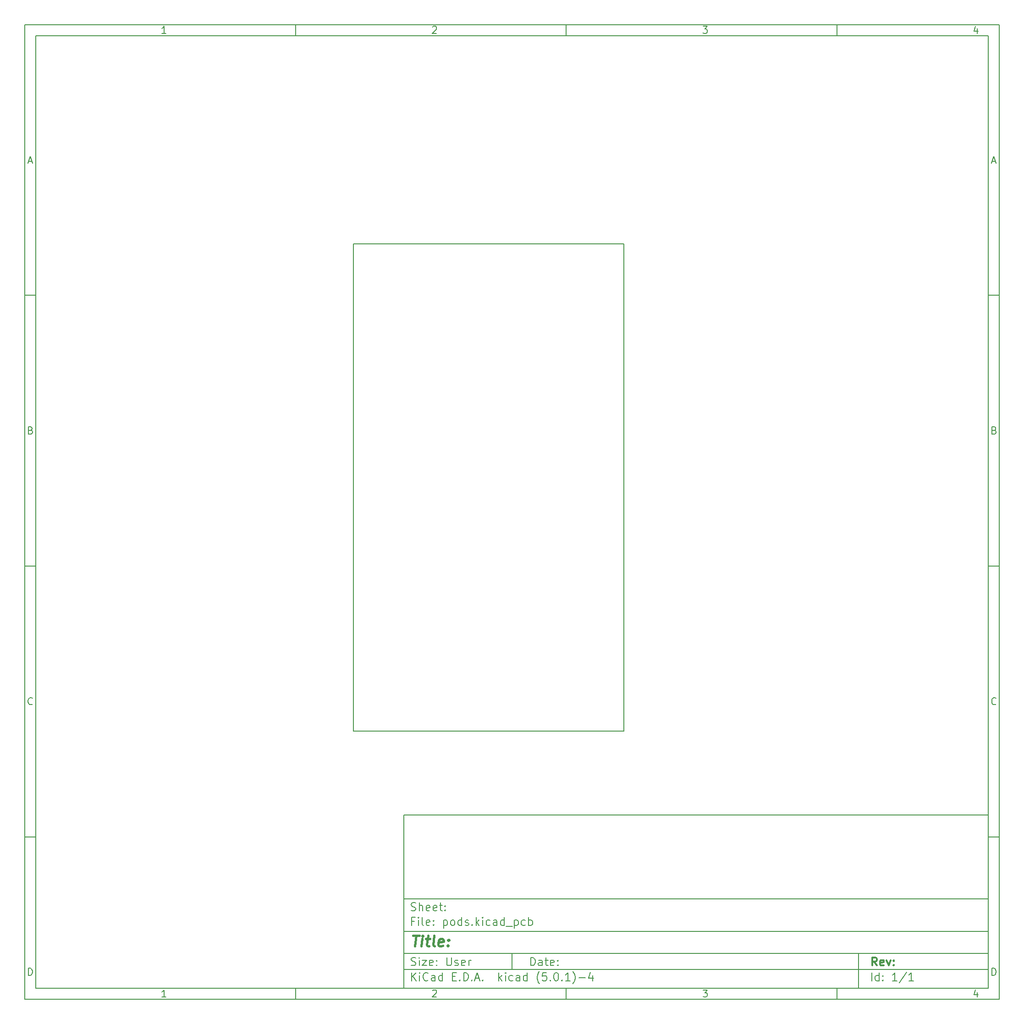
<source format=gbr>
G04 #@! TF.GenerationSoftware,KiCad,Pcbnew,(5.0.1)-4*
G04 #@! TF.CreationDate,2018-12-14T16:01:06+02:00*
G04 #@! TF.ProjectId,pods,706F64732E6B696361645F7063620000,rev?*
G04 #@! TF.SameCoordinates,Original*
G04 #@! TF.FileFunction,Profile,NP*
%FSLAX46Y46*%
G04 Gerber Fmt 4.6, Leading zero omitted, Abs format (unit mm)*
G04 Created by KiCad (PCBNEW (5.0.1)-4) date 2018-12-14 16:01:06*
%MOMM*%
%LPD*%
G01*
G04 APERTURE LIST*
%ADD10C,0.100000*%
%ADD11C,0.150000*%
%ADD12C,0.300000*%
%ADD13C,0.400000*%
%ADD14C,0.200000*%
G04 APERTURE END LIST*
D10*
D11*
X79999600Y-155999600D02*
X79999600Y-187999600D01*
X187999600Y-187999600D01*
X187999600Y-155999600D01*
X79999600Y-155999600D01*
D10*
D11*
X10000000Y-10000000D02*
X10000000Y-189999600D01*
X189999600Y-189999600D01*
X189999600Y-10000000D01*
X10000000Y-10000000D01*
D10*
D11*
X12000000Y-12000000D02*
X12000000Y-187999600D01*
X187999600Y-187999600D01*
X187999600Y-12000000D01*
X12000000Y-12000000D01*
D10*
D11*
X60000000Y-12000000D02*
X60000000Y-10000000D01*
D10*
D11*
X110000000Y-12000000D02*
X110000000Y-10000000D01*
D10*
D11*
X160000000Y-12000000D02*
X160000000Y-10000000D01*
D10*
D11*
X36065476Y-11588095D02*
X35322619Y-11588095D01*
X35694047Y-11588095D02*
X35694047Y-10288095D01*
X35570238Y-10473809D01*
X35446428Y-10597619D01*
X35322619Y-10659523D01*
D10*
D11*
X85322619Y-10411904D02*
X85384523Y-10350000D01*
X85508333Y-10288095D01*
X85817857Y-10288095D01*
X85941666Y-10350000D01*
X86003571Y-10411904D01*
X86065476Y-10535714D01*
X86065476Y-10659523D01*
X86003571Y-10845238D01*
X85260714Y-11588095D01*
X86065476Y-11588095D01*
D10*
D11*
X135260714Y-10288095D02*
X136065476Y-10288095D01*
X135632142Y-10783333D01*
X135817857Y-10783333D01*
X135941666Y-10845238D01*
X136003571Y-10907142D01*
X136065476Y-11030952D01*
X136065476Y-11340476D01*
X136003571Y-11464285D01*
X135941666Y-11526190D01*
X135817857Y-11588095D01*
X135446428Y-11588095D01*
X135322619Y-11526190D01*
X135260714Y-11464285D01*
D10*
D11*
X185941666Y-10721428D02*
X185941666Y-11588095D01*
X185632142Y-10226190D02*
X185322619Y-11154761D01*
X186127380Y-11154761D01*
D10*
D11*
X60000000Y-187999600D02*
X60000000Y-189999600D01*
D10*
D11*
X110000000Y-187999600D02*
X110000000Y-189999600D01*
D10*
D11*
X160000000Y-187999600D02*
X160000000Y-189999600D01*
D10*
D11*
X36065476Y-189587695D02*
X35322619Y-189587695D01*
X35694047Y-189587695D02*
X35694047Y-188287695D01*
X35570238Y-188473409D01*
X35446428Y-188597219D01*
X35322619Y-188659123D01*
D10*
D11*
X85322619Y-188411504D02*
X85384523Y-188349600D01*
X85508333Y-188287695D01*
X85817857Y-188287695D01*
X85941666Y-188349600D01*
X86003571Y-188411504D01*
X86065476Y-188535314D01*
X86065476Y-188659123D01*
X86003571Y-188844838D01*
X85260714Y-189587695D01*
X86065476Y-189587695D01*
D10*
D11*
X135260714Y-188287695D02*
X136065476Y-188287695D01*
X135632142Y-188782933D01*
X135817857Y-188782933D01*
X135941666Y-188844838D01*
X136003571Y-188906742D01*
X136065476Y-189030552D01*
X136065476Y-189340076D01*
X136003571Y-189463885D01*
X135941666Y-189525790D01*
X135817857Y-189587695D01*
X135446428Y-189587695D01*
X135322619Y-189525790D01*
X135260714Y-189463885D01*
D10*
D11*
X185941666Y-188721028D02*
X185941666Y-189587695D01*
X185632142Y-188225790D02*
X185322619Y-189154361D01*
X186127380Y-189154361D01*
D10*
D11*
X10000000Y-60000000D02*
X12000000Y-60000000D01*
D10*
D11*
X10000000Y-110000000D02*
X12000000Y-110000000D01*
D10*
D11*
X10000000Y-160000000D02*
X12000000Y-160000000D01*
D10*
D11*
X10690476Y-35216666D02*
X11309523Y-35216666D01*
X10566666Y-35588095D02*
X11000000Y-34288095D01*
X11433333Y-35588095D01*
D10*
D11*
X11092857Y-84907142D02*
X11278571Y-84969047D01*
X11340476Y-85030952D01*
X11402380Y-85154761D01*
X11402380Y-85340476D01*
X11340476Y-85464285D01*
X11278571Y-85526190D01*
X11154761Y-85588095D01*
X10659523Y-85588095D01*
X10659523Y-84288095D01*
X11092857Y-84288095D01*
X11216666Y-84350000D01*
X11278571Y-84411904D01*
X11340476Y-84535714D01*
X11340476Y-84659523D01*
X11278571Y-84783333D01*
X11216666Y-84845238D01*
X11092857Y-84907142D01*
X10659523Y-84907142D01*
D10*
D11*
X11402380Y-135464285D02*
X11340476Y-135526190D01*
X11154761Y-135588095D01*
X11030952Y-135588095D01*
X10845238Y-135526190D01*
X10721428Y-135402380D01*
X10659523Y-135278571D01*
X10597619Y-135030952D01*
X10597619Y-134845238D01*
X10659523Y-134597619D01*
X10721428Y-134473809D01*
X10845238Y-134350000D01*
X11030952Y-134288095D01*
X11154761Y-134288095D01*
X11340476Y-134350000D01*
X11402380Y-134411904D01*
D10*
D11*
X10659523Y-185588095D02*
X10659523Y-184288095D01*
X10969047Y-184288095D01*
X11154761Y-184350000D01*
X11278571Y-184473809D01*
X11340476Y-184597619D01*
X11402380Y-184845238D01*
X11402380Y-185030952D01*
X11340476Y-185278571D01*
X11278571Y-185402380D01*
X11154761Y-185526190D01*
X10969047Y-185588095D01*
X10659523Y-185588095D01*
D10*
D11*
X189999600Y-60000000D02*
X187999600Y-60000000D01*
D10*
D11*
X189999600Y-110000000D02*
X187999600Y-110000000D01*
D10*
D11*
X189999600Y-160000000D02*
X187999600Y-160000000D01*
D10*
D11*
X188690076Y-35216666D02*
X189309123Y-35216666D01*
X188566266Y-35588095D02*
X188999600Y-34288095D01*
X189432933Y-35588095D01*
D10*
D11*
X189092457Y-84907142D02*
X189278171Y-84969047D01*
X189340076Y-85030952D01*
X189401980Y-85154761D01*
X189401980Y-85340476D01*
X189340076Y-85464285D01*
X189278171Y-85526190D01*
X189154361Y-85588095D01*
X188659123Y-85588095D01*
X188659123Y-84288095D01*
X189092457Y-84288095D01*
X189216266Y-84350000D01*
X189278171Y-84411904D01*
X189340076Y-84535714D01*
X189340076Y-84659523D01*
X189278171Y-84783333D01*
X189216266Y-84845238D01*
X189092457Y-84907142D01*
X188659123Y-84907142D01*
D10*
D11*
X189401980Y-135464285D02*
X189340076Y-135526190D01*
X189154361Y-135588095D01*
X189030552Y-135588095D01*
X188844838Y-135526190D01*
X188721028Y-135402380D01*
X188659123Y-135278571D01*
X188597219Y-135030952D01*
X188597219Y-134845238D01*
X188659123Y-134597619D01*
X188721028Y-134473809D01*
X188844838Y-134350000D01*
X189030552Y-134288095D01*
X189154361Y-134288095D01*
X189340076Y-134350000D01*
X189401980Y-134411904D01*
D10*
D11*
X188659123Y-185588095D02*
X188659123Y-184288095D01*
X188968647Y-184288095D01*
X189154361Y-184350000D01*
X189278171Y-184473809D01*
X189340076Y-184597619D01*
X189401980Y-184845238D01*
X189401980Y-185030952D01*
X189340076Y-185278571D01*
X189278171Y-185402380D01*
X189154361Y-185526190D01*
X188968647Y-185588095D01*
X188659123Y-185588095D01*
D10*
D11*
X103431742Y-183778171D02*
X103431742Y-182278171D01*
X103788885Y-182278171D01*
X104003171Y-182349600D01*
X104146028Y-182492457D01*
X104217457Y-182635314D01*
X104288885Y-182921028D01*
X104288885Y-183135314D01*
X104217457Y-183421028D01*
X104146028Y-183563885D01*
X104003171Y-183706742D01*
X103788885Y-183778171D01*
X103431742Y-183778171D01*
X105574600Y-183778171D02*
X105574600Y-182992457D01*
X105503171Y-182849600D01*
X105360314Y-182778171D01*
X105074600Y-182778171D01*
X104931742Y-182849600D01*
X105574600Y-183706742D02*
X105431742Y-183778171D01*
X105074600Y-183778171D01*
X104931742Y-183706742D01*
X104860314Y-183563885D01*
X104860314Y-183421028D01*
X104931742Y-183278171D01*
X105074600Y-183206742D01*
X105431742Y-183206742D01*
X105574600Y-183135314D01*
X106074600Y-182778171D02*
X106646028Y-182778171D01*
X106288885Y-182278171D02*
X106288885Y-183563885D01*
X106360314Y-183706742D01*
X106503171Y-183778171D01*
X106646028Y-183778171D01*
X107717457Y-183706742D02*
X107574600Y-183778171D01*
X107288885Y-183778171D01*
X107146028Y-183706742D01*
X107074600Y-183563885D01*
X107074600Y-182992457D01*
X107146028Y-182849600D01*
X107288885Y-182778171D01*
X107574600Y-182778171D01*
X107717457Y-182849600D01*
X107788885Y-182992457D01*
X107788885Y-183135314D01*
X107074600Y-183278171D01*
X108431742Y-183635314D02*
X108503171Y-183706742D01*
X108431742Y-183778171D01*
X108360314Y-183706742D01*
X108431742Y-183635314D01*
X108431742Y-183778171D01*
X108431742Y-182849600D02*
X108503171Y-182921028D01*
X108431742Y-182992457D01*
X108360314Y-182921028D01*
X108431742Y-182849600D01*
X108431742Y-182992457D01*
D10*
D11*
X79999600Y-184499600D02*
X187999600Y-184499600D01*
D10*
D11*
X81431742Y-186578171D02*
X81431742Y-185078171D01*
X82288885Y-186578171D02*
X81646028Y-185721028D01*
X82288885Y-185078171D02*
X81431742Y-185935314D01*
X82931742Y-186578171D02*
X82931742Y-185578171D01*
X82931742Y-185078171D02*
X82860314Y-185149600D01*
X82931742Y-185221028D01*
X83003171Y-185149600D01*
X82931742Y-185078171D01*
X82931742Y-185221028D01*
X84503171Y-186435314D02*
X84431742Y-186506742D01*
X84217457Y-186578171D01*
X84074600Y-186578171D01*
X83860314Y-186506742D01*
X83717457Y-186363885D01*
X83646028Y-186221028D01*
X83574600Y-185935314D01*
X83574600Y-185721028D01*
X83646028Y-185435314D01*
X83717457Y-185292457D01*
X83860314Y-185149600D01*
X84074600Y-185078171D01*
X84217457Y-185078171D01*
X84431742Y-185149600D01*
X84503171Y-185221028D01*
X85788885Y-186578171D02*
X85788885Y-185792457D01*
X85717457Y-185649600D01*
X85574600Y-185578171D01*
X85288885Y-185578171D01*
X85146028Y-185649600D01*
X85788885Y-186506742D02*
X85646028Y-186578171D01*
X85288885Y-186578171D01*
X85146028Y-186506742D01*
X85074600Y-186363885D01*
X85074600Y-186221028D01*
X85146028Y-186078171D01*
X85288885Y-186006742D01*
X85646028Y-186006742D01*
X85788885Y-185935314D01*
X87146028Y-186578171D02*
X87146028Y-185078171D01*
X87146028Y-186506742D02*
X87003171Y-186578171D01*
X86717457Y-186578171D01*
X86574600Y-186506742D01*
X86503171Y-186435314D01*
X86431742Y-186292457D01*
X86431742Y-185863885D01*
X86503171Y-185721028D01*
X86574600Y-185649600D01*
X86717457Y-185578171D01*
X87003171Y-185578171D01*
X87146028Y-185649600D01*
X89003171Y-185792457D02*
X89503171Y-185792457D01*
X89717457Y-186578171D02*
X89003171Y-186578171D01*
X89003171Y-185078171D01*
X89717457Y-185078171D01*
X90360314Y-186435314D02*
X90431742Y-186506742D01*
X90360314Y-186578171D01*
X90288885Y-186506742D01*
X90360314Y-186435314D01*
X90360314Y-186578171D01*
X91074600Y-186578171D02*
X91074600Y-185078171D01*
X91431742Y-185078171D01*
X91646028Y-185149600D01*
X91788885Y-185292457D01*
X91860314Y-185435314D01*
X91931742Y-185721028D01*
X91931742Y-185935314D01*
X91860314Y-186221028D01*
X91788885Y-186363885D01*
X91646028Y-186506742D01*
X91431742Y-186578171D01*
X91074600Y-186578171D01*
X92574600Y-186435314D02*
X92646028Y-186506742D01*
X92574600Y-186578171D01*
X92503171Y-186506742D01*
X92574600Y-186435314D01*
X92574600Y-186578171D01*
X93217457Y-186149600D02*
X93931742Y-186149600D01*
X93074600Y-186578171D02*
X93574600Y-185078171D01*
X94074600Y-186578171D01*
X94574600Y-186435314D02*
X94646028Y-186506742D01*
X94574600Y-186578171D01*
X94503171Y-186506742D01*
X94574600Y-186435314D01*
X94574600Y-186578171D01*
X97574600Y-186578171D02*
X97574600Y-185078171D01*
X97717457Y-186006742D02*
X98146028Y-186578171D01*
X98146028Y-185578171D02*
X97574600Y-186149600D01*
X98788885Y-186578171D02*
X98788885Y-185578171D01*
X98788885Y-185078171D02*
X98717457Y-185149600D01*
X98788885Y-185221028D01*
X98860314Y-185149600D01*
X98788885Y-185078171D01*
X98788885Y-185221028D01*
X100146028Y-186506742D02*
X100003171Y-186578171D01*
X99717457Y-186578171D01*
X99574600Y-186506742D01*
X99503171Y-186435314D01*
X99431742Y-186292457D01*
X99431742Y-185863885D01*
X99503171Y-185721028D01*
X99574600Y-185649600D01*
X99717457Y-185578171D01*
X100003171Y-185578171D01*
X100146028Y-185649600D01*
X101431742Y-186578171D02*
X101431742Y-185792457D01*
X101360314Y-185649600D01*
X101217457Y-185578171D01*
X100931742Y-185578171D01*
X100788885Y-185649600D01*
X101431742Y-186506742D02*
X101288885Y-186578171D01*
X100931742Y-186578171D01*
X100788885Y-186506742D01*
X100717457Y-186363885D01*
X100717457Y-186221028D01*
X100788885Y-186078171D01*
X100931742Y-186006742D01*
X101288885Y-186006742D01*
X101431742Y-185935314D01*
X102788885Y-186578171D02*
X102788885Y-185078171D01*
X102788885Y-186506742D02*
X102646028Y-186578171D01*
X102360314Y-186578171D01*
X102217457Y-186506742D01*
X102146028Y-186435314D01*
X102074600Y-186292457D01*
X102074600Y-185863885D01*
X102146028Y-185721028D01*
X102217457Y-185649600D01*
X102360314Y-185578171D01*
X102646028Y-185578171D01*
X102788885Y-185649600D01*
X105074600Y-187149600D02*
X105003171Y-187078171D01*
X104860314Y-186863885D01*
X104788885Y-186721028D01*
X104717457Y-186506742D01*
X104646028Y-186149600D01*
X104646028Y-185863885D01*
X104717457Y-185506742D01*
X104788885Y-185292457D01*
X104860314Y-185149600D01*
X105003171Y-184935314D01*
X105074600Y-184863885D01*
X106360314Y-185078171D02*
X105646028Y-185078171D01*
X105574600Y-185792457D01*
X105646028Y-185721028D01*
X105788885Y-185649600D01*
X106146028Y-185649600D01*
X106288885Y-185721028D01*
X106360314Y-185792457D01*
X106431742Y-185935314D01*
X106431742Y-186292457D01*
X106360314Y-186435314D01*
X106288885Y-186506742D01*
X106146028Y-186578171D01*
X105788885Y-186578171D01*
X105646028Y-186506742D01*
X105574600Y-186435314D01*
X107074600Y-186435314D02*
X107146028Y-186506742D01*
X107074600Y-186578171D01*
X107003171Y-186506742D01*
X107074600Y-186435314D01*
X107074600Y-186578171D01*
X108074600Y-185078171D02*
X108217457Y-185078171D01*
X108360314Y-185149600D01*
X108431742Y-185221028D01*
X108503171Y-185363885D01*
X108574600Y-185649600D01*
X108574600Y-186006742D01*
X108503171Y-186292457D01*
X108431742Y-186435314D01*
X108360314Y-186506742D01*
X108217457Y-186578171D01*
X108074600Y-186578171D01*
X107931742Y-186506742D01*
X107860314Y-186435314D01*
X107788885Y-186292457D01*
X107717457Y-186006742D01*
X107717457Y-185649600D01*
X107788885Y-185363885D01*
X107860314Y-185221028D01*
X107931742Y-185149600D01*
X108074600Y-185078171D01*
X109217457Y-186435314D02*
X109288885Y-186506742D01*
X109217457Y-186578171D01*
X109146028Y-186506742D01*
X109217457Y-186435314D01*
X109217457Y-186578171D01*
X110717457Y-186578171D02*
X109860314Y-186578171D01*
X110288885Y-186578171D02*
X110288885Y-185078171D01*
X110146028Y-185292457D01*
X110003171Y-185435314D01*
X109860314Y-185506742D01*
X111217457Y-187149600D02*
X111288885Y-187078171D01*
X111431742Y-186863885D01*
X111503171Y-186721028D01*
X111574600Y-186506742D01*
X111646028Y-186149600D01*
X111646028Y-185863885D01*
X111574600Y-185506742D01*
X111503171Y-185292457D01*
X111431742Y-185149600D01*
X111288885Y-184935314D01*
X111217457Y-184863885D01*
X112360314Y-186006742D02*
X113503171Y-186006742D01*
X114860314Y-185578171D02*
X114860314Y-186578171D01*
X114503171Y-185006742D02*
X114146028Y-186078171D01*
X115074600Y-186078171D01*
D10*
D11*
X79999600Y-181499600D02*
X187999600Y-181499600D01*
D10*
D12*
X167408885Y-183778171D02*
X166908885Y-183063885D01*
X166551742Y-183778171D02*
X166551742Y-182278171D01*
X167123171Y-182278171D01*
X167266028Y-182349600D01*
X167337457Y-182421028D01*
X167408885Y-182563885D01*
X167408885Y-182778171D01*
X167337457Y-182921028D01*
X167266028Y-182992457D01*
X167123171Y-183063885D01*
X166551742Y-183063885D01*
X168623171Y-183706742D02*
X168480314Y-183778171D01*
X168194600Y-183778171D01*
X168051742Y-183706742D01*
X167980314Y-183563885D01*
X167980314Y-182992457D01*
X168051742Y-182849600D01*
X168194600Y-182778171D01*
X168480314Y-182778171D01*
X168623171Y-182849600D01*
X168694600Y-182992457D01*
X168694600Y-183135314D01*
X167980314Y-183278171D01*
X169194600Y-182778171D02*
X169551742Y-183778171D01*
X169908885Y-182778171D01*
X170480314Y-183635314D02*
X170551742Y-183706742D01*
X170480314Y-183778171D01*
X170408885Y-183706742D01*
X170480314Y-183635314D01*
X170480314Y-183778171D01*
X170480314Y-182849600D02*
X170551742Y-182921028D01*
X170480314Y-182992457D01*
X170408885Y-182921028D01*
X170480314Y-182849600D01*
X170480314Y-182992457D01*
D10*
D11*
X81360314Y-183706742D02*
X81574600Y-183778171D01*
X81931742Y-183778171D01*
X82074600Y-183706742D01*
X82146028Y-183635314D01*
X82217457Y-183492457D01*
X82217457Y-183349600D01*
X82146028Y-183206742D01*
X82074600Y-183135314D01*
X81931742Y-183063885D01*
X81646028Y-182992457D01*
X81503171Y-182921028D01*
X81431742Y-182849600D01*
X81360314Y-182706742D01*
X81360314Y-182563885D01*
X81431742Y-182421028D01*
X81503171Y-182349600D01*
X81646028Y-182278171D01*
X82003171Y-182278171D01*
X82217457Y-182349600D01*
X82860314Y-183778171D02*
X82860314Y-182778171D01*
X82860314Y-182278171D02*
X82788885Y-182349600D01*
X82860314Y-182421028D01*
X82931742Y-182349600D01*
X82860314Y-182278171D01*
X82860314Y-182421028D01*
X83431742Y-182778171D02*
X84217457Y-182778171D01*
X83431742Y-183778171D01*
X84217457Y-183778171D01*
X85360314Y-183706742D02*
X85217457Y-183778171D01*
X84931742Y-183778171D01*
X84788885Y-183706742D01*
X84717457Y-183563885D01*
X84717457Y-182992457D01*
X84788885Y-182849600D01*
X84931742Y-182778171D01*
X85217457Y-182778171D01*
X85360314Y-182849600D01*
X85431742Y-182992457D01*
X85431742Y-183135314D01*
X84717457Y-183278171D01*
X86074600Y-183635314D02*
X86146028Y-183706742D01*
X86074600Y-183778171D01*
X86003171Y-183706742D01*
X86074600Y-183635314D01*
X86074600Y-183778171D01*
X86074600Y-182849600D02*
X86146028Y-182921028D01*
X86074600Y-182992457D01*
X86003171Y-182921028D01*
X86074600Y-182849600D01*
X86074600Y-182992457D01*
X87931742Y-182278171D02*
X87931742Y-183492457D01*
X88003171Y-183635314D01*
X88074600Y-183706742D01*
X88217457Y-183778171D01*
X88503171Y-183778171D01*
X88646028Y-183706742D01*
X88717457Y-183635314D01*
X88788885Y-183492457D01*
X88788885Y-182278171D01*
X89431742Y-183706742D02*
X89574600Y-183778171D01*
X89860314Y-183778171D01*
X90003171Y-183706742D01*
X90074600Y-183563885D01*
X90074600Y-183492457D01*
X90003171Y-183349600D01*
X89860314Y-183278171D01*
X89646028Y-183278171D01*
X89503171Y-183206742D01*
X89431742Y-183063885D01*
X89431742Y-182992457D01*
X89503171Y-182849600D01*
X89646028Y-182778171D01*
X89860314Y-182778171D01*
X90003171Y-182849600D01*
X91288885Y-183706742D02*
X91146028Y-183778171D01*
X90860314Y-183778171D01*
X90717457Y-183706742D01*
X90646028Y-183563885D01*
X90646028Y-182992457D01*
X90717457Y-182849600D01*
X90860314Y-182778171D01*
X91146028Y-182778171D01*
X91288885Y-182849600D01*
X91360314Y-182992457D01*
X91360314Y-183135314D01*
X90646028Y-183278171D01*
X92003171Y-183778171D02*
X92003171Y-182778171D01*
X92003171Y-183063885D02*
X92074600Y-182921028D01*
X92146028Y-182849600D01*
X92288885Y-182778171D01*
X92431742Y-182778171D01*
D10*
D11*
X166431742Y-186578171D02*
X166431742Y-185078171D01*
X167788885Y-186578171D02*
X167788885Y-185078171D01*
X167788885Y-186506742D02*
X167646028Y-186578171D01*
X167360314Y-186578171D01*
X167217457Y-186506742D01*
X167146028Y-186435314D01*
X167074600Y-186292457D01*
X167074600Y-185863885D01*
X167146028Y-185721028D01*
X167217457Y-185649600D01*
X167360314Y-185578171D01*
X167646028Y-185578171D01*
X167788885Y-185649600D01*
X168503171Y-186435314D02*
X168574600Y-186506742D01*
X168503171Y-186578171D01*
X168431742Y-186506742D01*
X168503171Y-186435314D01*
X168503171Y-186578171D01*
X168503171Y-185649600D02*
X168574600Y-185721028D01*
X168503171Y-185792457D01*
X168431742Y-185721028D01*
X168503171Y-185649600D01*
X168503171Y-185792457D01*
X171146028Y-186578171D02*
X170288885Y-186578171D01*
X170717457Y-186578171D02*
X170717457Y-185078171D01*
X170574600Y-185292457D01*
X170431742Y-185435314D01*
X170288885Y-185506742D01*
X172860314Y-185006742D02*
X171574600Y-186935314D01*
X174146028Y-186578171D02*
X173288885Y-186578171D01*
X173717457Y-186578171D02*
X173717457Y-185078171D01*
X173574600Y-185292457D01*
X173431742Y-185435314D01*
X173288885Y-185506742D01*
D10*
D11*
X79999600Y-177499600D02*
X187999600Y-177499600D01*
D10*
D13*
X81711980Y-178204361D02*
X82854838Y-178204361D01*
X82033409Y-180204361D02*
X82283409Y-178204361D01*
X83271504Y-180204361D02*
X83438171Y-178871028D01*
X83521504Y-178204361D02*
X83414361Y-178299600D01*
X83497695Y-178394838D01*
X83604838Y-178299600D01*
X83521504Y-178204361D01*
X83497695Y-178394838D01*
X84104838Y-178871028D02*
X84866742Y-178871028D01*
X84473885Y-178204361D02*
X84259600Y-179918647D01*
X84331028Y-180109123D01*
X84509600Y-180204361D01*
X84700076Y-180204361D01*
X85652457Y-180204361D02*
X85473885Y-180109123D01*
X85402457Y-179918647D01*
X85616742Y-178204361D01*
X87188171Y-180109123D02*
X86985790Y-180204361D01*
X86604838Y-180204361D01*
X86426266Y-180109123D01*
X86354838Y-179918647D01*
X86450076Y-179156742D01*
X86569123Y-178966266D01*
X86771504Y-178871028D01*
X87152457Y-178871028D01*
X87331028Y-178966266D01*
X87402457Y-179156742D01*
X87378647Y-179347219D01*
X86402457Y-179537695D01*
X88152457Y-180013885D02*
X88235790Y-180109123D01*
X88128647Y-180204361D01*
X88045314Y-180109123D01*
X88152457Y-180013885D01*
X88128647Y-180204361D01*
X88283409Y-178966266D02*
X88366742Y-179061504D01*
X88259600Y-179156742D01*
X88176266Y-179061504D01*
X88283409Y-178966266D01*
X88259600Y-179156742D01*
D10*
D11*
X81931742Y-175592457D02*
X81431742Y-175592457D01*
X81431742Y-176378171D02*
X81431742Y-174878171D01*
X82146028Y-174878171D01*
X82717457Y-176378171D02*
X82717457Y-175378171D01*
X82717457Y-174878171D02*
X82646028Y-174949600D01*
X82717457Y-175021028D01*
X82788885Y-174949600D01*
X82717457Y-174878171D01*
X82717457Y-175021028D01*
X83646028Y-176378171D02*
X83503171Y-176306742D01*
X83431742Y-176163885D01*
X83431742Y-174878171D01*
X84788885Y-176306742D02*
X84646028Y-176378171D01*
X84360314Y-176378171D01*
X84217457Y-176306742D01*
X84146028Y-176163885D01*
X84146028Y-175592457D01*
X84217457Y-175449600D01*
X84360314Y-175378171D01*
X84646028Y-175378171D01*
X84788885Y-175449600D01*
X84860314Y-175592457D01*
X84860314Y-175735314D01*
X84146028Y-175878171D01*
X85503171Y-176235314D02*
X85574600Y-176306742D01*
X85503171Y-176378171D01*
X85431742Y-176306742D01*
X85503171Y-176235314D01*
X85503171Y-176378171D01*
X85503171Y-175449600D02*
X85574600Y-175521028D01*
X85503171Y-175592457D01*
X85431742Y-175521028D01*
X85503171Y-175449600D01*
X85503171Y-175592457D01*
X87360314Y-175378171D02*
X87360314Y-176878171D01*
X87360314Y-175449600D02*
X87503171Y-175378171D01*
X87788885Y-175378171D01*
X87931742Y-175449600D01*
X88003171Y-175521028D01*
X88074600Y-175663885D01*
X88074600Y-176092457D01*
X88003171Y-176235314D01*
X87931742Y-176306742D01*
X87788885Y-176378171D01*
X87503171Y-176378171D01*
X87360314Y-176306742D01*
X88931742Y-176378171D02*
X88788885Y-176306742D01*
X88717457Y-176235314D01*
X88646028Y-176092457D01*
X88646028Y-175663885D01*
X88717457Y-175521028D01*
X88788885Y-175449600D01*
X88931742Y-175378171D01*
X89146028Y-175378171D01*
X89288885Y-175449600D01*
X89360314Y-175521028D01*
X89431742Y-175663885D01*
X89431742Y-176092457D01*
X89360314Y-176235314D01*
X89288885Y-176306742D01*
X89146028Y-176378171D01*
X88931742Y-176378171D01*
X90717457Y-176378171D02*
X90717457Y-174878171D01*
X90717457Y-176306742D02*
X90574600Y-176378171D01*
X90288885Y-176378171D01*
X90146028Y-176306742D01*
X90074600Y-176235314D01*
X90003171Y-176092457D01*
X90003171Y-175663885D01*
X90074600Y-175521028D01*
X90146028Y-175449600D01*
X90288885Y-175378171D01*
X90574600Y-175378171D01*
X90717457Y-175449600D01*
X91360314Y-176306742D02*
X91503171Y-176378171D01*
X91788885Y-176378171D01*
X91931742Y-176306742D01*
X92003171Y-176163885D01*
X92003171Y-176092457D01*
X91931742Y-175949600D01*
X91788885Y-175878171D01*
X91574600Y-175878171D01*
X91431742Y-175806742D01*
X91360314Y-175663885D01*
X91360314Y-175592457D01*
X91431742Y-175449600D01*
X91574600Y-175378171D01*
X91788885Y-175378171D01*
X91931742Y-175449600D01*
X92646028Y-176235314D02*
X92717457Y-176306742D01*
X92646028Y-176378171D01*
X92574600Y-176306742D01*
X92646028Y-176235314D01*
X92646028Y-176378171D01*
X93360314Y-176378171D02*
X93360314Y-174878171D01*
X93503171Y-175806742D02*
X93931742Y-176378171D01*
X93931742Y-175378171D02*
X93360314Y-175949600D01*
X94574600Y-176378171D02*
X94574600Y-175378171D01*
X94574600Y-174878171D02*
X94503171Y-174949600D01*
X94574600Y-175021028D01*
X94646028Y-174949600D01*
X94574600Y-174878171D01*
X94574600Y-175021028D01*
X95931742Y-176306742D02*
X95788885Y-176378171D01*
X95503171Y-176378171D01*
X95360314Y-176306742D01*
X95288885Y-176235314D01*
X95217457Y-176092457D01*
X95217457Y-175663885D01*
X95288885Y-175521028D01*
X95360314Y-175449600D01*
X95503171Y-175378171D01*
X95788885Y-175378171D01*
X95931742Y-175449600D01*
X97217457Y-176378171D02*
X97217457Y-175592457D01*
X97146028Y-175449600D01*
X97003171Y-175378171D01*
X96717457Y-175378171D01*
X96574600Y-175449600D01*
X97217457Y-176306742D02*
X97074600Y-176378171D01*
X96717457Y-176378171D01*
X96574600Y-176306742D01*
X96503171Y-176163885D01*
X96503171Y-176021028D01*
X96574600Y-175878171D01*
X96717457Y-175806742D01*
X97074600Y-175806742D01*
X97217457Y-175735314D01*
X98574600Y-176378171D02*
X98574600Y-174878171D01*
X98574600Y-176306742D02*
X98431742Y-176378171D01*
X98146028Y-176378171D01*
X98003171Y-176306742D01*
X97931742Y-176235314D01*
X97860314Y-176092457D01*
X97860314Y-175663885D01*
X97931742Y-175521028D01*
X98003171Y-175449600D01*
X98146028Y-175378171D01*
X98431742Y-175378171D01*
X98574600Y-175449600D01*
X98931742Y-176521028D02*
X100074600Y-176521028D01*
X100431742Y-175378171D02*
X100431742Y-176878171D01*
X100431742Y-175449600D02*
X100574600Y-175378171D01*
X100860314Y-175378171D01*
X101003171Y-175449600D01*
X101074600Y-175521028D01*
X101146028Y-175663885D01*
X101146028Y-176092457D01*
X101074600Y-176235314D01*
X101003171Y-176306742D01*
X100860314Y-176378171D01*
X100574600Y-176378171D01*
X100431742Y-176306742D01*
X102431742Y-176306742D02*
X102288885Y-176378171D01*
X102003171Y-176378171D01*
X101860314Y-176306742D01*
X101788885Y-176235314D01*
X101717457Y-176092457D01*
X101717457Y-175663885D01*
X101788885Y-175521028D01*
X101860314Y-175449600D01*
X102003171Y-175378171D01*
X102288885Y-175378171D01*
X102431742Y-175449600D01*
X103074600Y-176378171D02*
X103074600Y-174878171D01*
X103074600Y-175449600D02*
X103217457Y-175378171D01*
X103503171Y-175378171D01*
X103646028Y-175449600D01*
X103717457Y-175521028D01*
X103788885Y-175663885D01*
X103788885Y-176092457D01*
X103717457Y-176235314D01*
X103646028Y-176306742D01*
X103503171Y-176378171D01*
X103217457Y-176378171D01*
X103074600Y-176306742D01*
D10*
D11*
X79999600Y-171499600D02*
X187999600Y-171499600D01*
D10*
D11*
X81360314Y-173606742D02*
X81574600Y-173678171D01*
X81931742Y-173678171D01*
X82074600Y-173606742D01*
X82146028Y-173535314D01*
X82217457Y-173392457D01*
X82217457Y-173249600D01*
X82146028Y-173106742D01*
X82074600Y-173035314D01*
X81931742Y-172963885D01*
X81646028Y-172892457D01*
X81503171Y-172821028D01*
X81431742Y-172749600D01*
X81360314Y-172606742D01*
X81360314Y-172463885D01*
X81431742Y-172321028D01*
X81503171Y-172249600D01*
X81646028Y-172178171D01*
X82003171Y-172178171D01*
X82217457Y-172249600D01*
X82860314Y-173678171D02*
X82860314Y-172178171D01*
X83503171Y-173678171D02*
X83503171Y-172892457D01*
X83431742Y-172749600D01*
X83288885Y-172678171D01*
X83074600Y-172678171D01*
X82931742Y-172749600D01*
X82860314Y-172821028D01*
X84788885Y-173606742D02*
X84646028Y-173678171D01*
X84360314Y-173678171D01*
X84217457Y-173606742D01*
X84146028Y-173463885D01*
X84146028Y-172892457D01*
X84217457Y-172749600D01*
X84360314Y-172678171D01*
X84646028Y-172678171D01*
X84788885Y-172749600D01*
X84860314Y-172892457D01*
X84860314Y-173035314D01*
X84146028Y-173178171D01*
X86074600Y-173606742D02*
X85931742Y-173678171D01*
X85646028Y-173678171D01*
X85503171Y-173606742D01*
X85431742Y-173463885D01*
X85431742Y-172892457D01*
X85503171Y-172749600D01*
X85646028Y-172678171D01*
X85931742Y-172678171D01*
X86074600Y-172749600D01*
X86146028Y-172892457D01*
X86146028Y-173035314D01*
X85431742Y-173178171D01*
X86574600Y-172678171D02*
X87146028Y-172678171D01*
X86788885Y-172178171D02*
X86788885Y-173463885D01*
X86860314Y-173606742D01*
X87003171Y-173678171D01*
X87146028Y-173678171D01*
X87646028Y-173535314D02*
X87717457Y-173606742D01*
X87646028Y-173678171D01*
X87574600Y-173606742D01*
X87646028Y-173535314D01*
X87646028Y-173678171D01*
X87646028Y-172749600D02*
X87717457Y-172821028D01*
X87646028Y-172892457D01*
X87574600Y-172821028D01*
X87646028Y-172749600D01*
X87646028Y-172892457D01*
D10*
D11*
X99999600Y-181499600D02*
X99999600Y-184499600D01*
D10*
D11*
X163999600Y-181499600D02*
X163999600Y-187999600D01*
D14*
X70660000Y-50460000D02*
X70660000Y-140460000D01*
X120660000Y-50460000D02*
X70660000Y-50460000D01*
X120660000Y-140460000D02*
X120660000Y-50460000D01*
X70660000Y-140460000D02*
X120660000Y-140460000D01*
M02*

</source>
